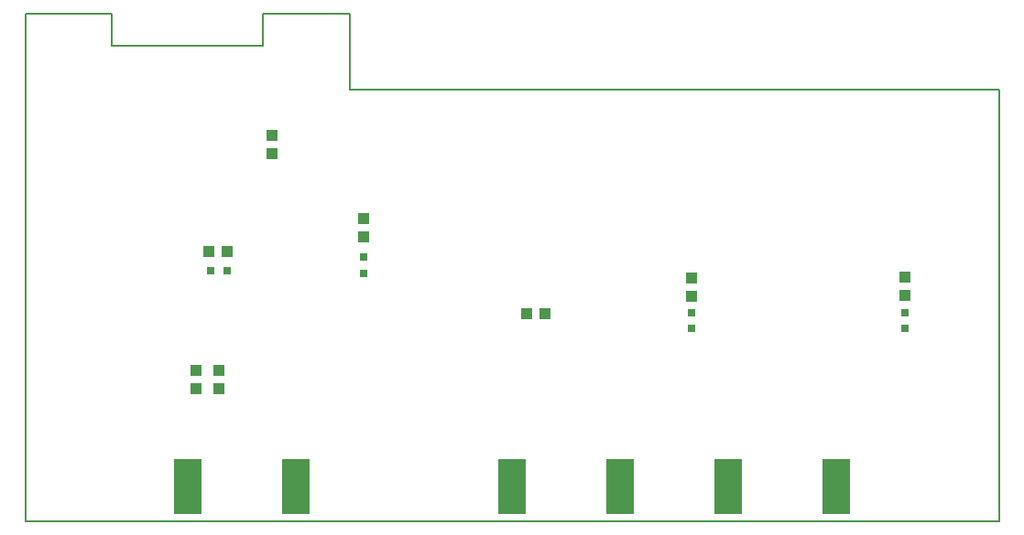
<source format=gtp>
G75*
%MOIN*%
%OFA0B0*%
%FSLAX25Y25*%
%IPPOS*%
%LPD*%
%AMOC8*
5,1,8,0,0,1.08239X$1,22.5*
%
%ADD10C,0.00591*%
%ADD11R,0.04331X0.03937*%
%ADD12R,0.03937X0.04331*%
%ADD13R,0.10000X0.20000*%
%ADD14R,0.03150X0.03150*%
D10*
X0001394Y0001394D02*
X0001394Y0186433D01*
X0032890Y0186433D01*
X0032890Y0174622D01*
X0088008Y0174622D01*
X0088008Y0186433D01*
X0119504Y0186433D01*
X0119504Y0158874D01*
X0355724Y0158874D01*
X0355724Y0001394D01*
X0001394Y0001394D01*
D11*
X0124622Y0105134D03*
X0124622Y0111827D03*
X0091157Y0135449D03*
X0091157Y0142142D03*
X0243913Y0090173D03*
X0243913Y0083480D03*
X0321472Y0083874D03*
X0321472Y0090567D03*
D12*
X0190567Y0076984D03*
X0183874Y0076984D03*
X0074819Y0099819D03*
X0068126Y0099819D03*
X0071866Y0056315D03*
X0071866Y0049622D03*
X0063598Y0049622D03*
X0063598Y0056315D03*
D13*
X0060449Y0013992D03*
X0099819Y0013992D03*
X0178559Y0013992D03*
X0217929Y0013992D03*
X0257299Y0013992D03*
X0296669Y0013992D03*
D14*
X0321472Y0071669D03*
X0321472Y0077575D03*
X0243913Y0077575D03*
X0243913Y0071669D03*
X0124622Y0091748D03*
X0124622Y0097654D03*
X0074819Y0092732D03*
X0068913Y0092732D03*
M02*

</source>
